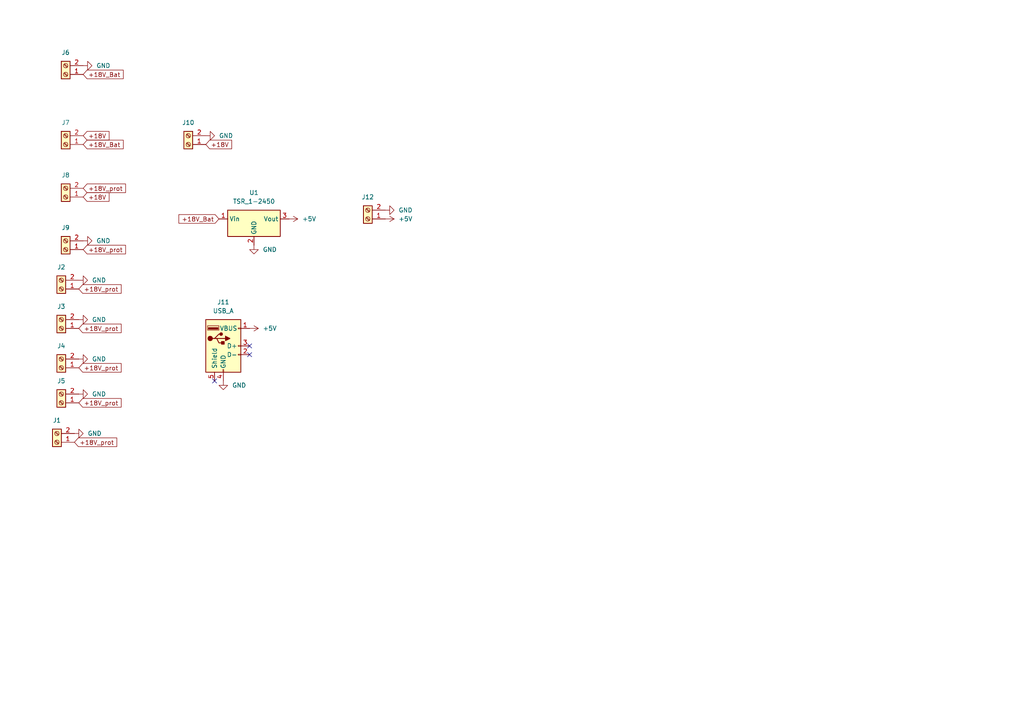
<source format=kicad_sch>
(kicad_sch (version 20211123) (generator eeschema)
  (paper "A4")
  (lib_symbols
    (symbol "Connector:Screw_Terminal_01x02" (pin_names (offset 1.016) hide)
      (property "Reference" "J" (at 0 2.54 0))
      (property "Value" "Screw_Terminal_01x02" (at 0 -5.08 0))
      (symbol "Screw_Terminal_01x02_1_1"
        (rectangle (start -1.27 1.27) (end 1.27 -3.81) (stroke (width 0.254)) (fill (type background)))
        (circle (center 0 -2.54) (radius 0.635) (stroke (width 0.1524)))
        (polyline (pts (xy -0.5334 -2.2098) (xy 0.3302 -3.048)) (stroke (width 0.1524)))
        (polyline (pts (xy -0.5334 0.3302) (xy 0.3302 -0.508)) (stroke (width 0.1524)))
        (polyline (pts (xy -0.3556 -2.032) (xy 0.508 -2.8702)) (stroke (width 0.1524)))
        (polyline (pts (xy -0.3556 0.508) (xy 0.508 -0.3302)) (stroke (width 0.1524)))
        (circle (center 0 0) (radius 0.635) (stroke (width 0.1524)))
        (pin passive line (at -5.08 0 0) (length 3.81) (name "Pin_1") (number "1"))
        (pin passive line (at -5.08 -2.54 0) (length 3.81) (name "Pin_2") (number "2"))
      )
    )
    (symbol "Connector:USB_A" (pin_names (offset 1.016))
      (property "Reference" "J" (at -5.08 11.43 0))
      (property "Value" "USB_A" (at -5.08 8.89 0))
      (symbol "USB_A_0_1"
        (rectangle (start -5.08 -7.62) (end 5.08 7.62) (stroke (width 0.254)) (fill (type background)))
        (circle (center -3.81 2.159) (radius 0.635) (stroke (width 0.254)) (fill (type outline)))
        (rectangle (start -1.524 4.826) (end -4.318 5.334) (fill (type outline)))
        (rectangle (start -1.27 4.572) (end -4.572 5.842))
        (circle (center -0.635 3.429) (radius 0.381) (stroke (width 0.254)) (fill (type outline)))
        (rectangle (start -0.127 -7.62) (end 0.127 -6.858))
        (polyline (pts (xy -3.175 2.159) (xy -2.54 2.159) (xy -1.27 3.429) (xy -0.635 3.429)) (stroke (width 0.254)))
        (polyline (pts (xy -2.54 2.159) (xy -1.905 2.159) (xy -1.27 0.889) (xy 0 0.889)) (stroke (width 0.254)))
        (polyline (pts (xy 0.635 2.794) (xy 0.635 1.524) (xy 1.905 2.159) (xy 0.635 2.794)) (stroke (width 0.254)) (fill (type outline)))
        (rectangle (start 0.254 1.27) (end -0.508 0.508) (stroke (width 0.254)) (fill (type outline)))
        (rectangle (start 5.08 -2.667) (end 4.318 -2.413))
        (rectangle (start 5.08 -0.127) (end 4.318 0.127))
        (rectangle (start 5.08 4.953) (end 4.318 5.207))
      )
      (symbol "USB_A_1_1"
        (polyline (pts (xy -1.905 2.159) (xy 0.635 2.159)) (stroke (width 0.254)))
        (pin power_in line (at 7.62 5.08 180) (length 2.54) (name "VBUS") (number "1"))
        (pin bidirectional line (at 7.62 -2.54 180) (length 2.54) (name "D-") (number "2"))
        (pin bidirectional line (at 7.62 0 180) (length 2.54) (name "D+") (number "3"))
        (pin power_in line (at 0 -10.16 90) (length 2.54) (name "GND") (number "4"))
        (pin passive line (at -2.54 -10.16 90) (length 2.54) (name "Shield") (number "5"))
      )
    )
    (symbol "Regulator_Switching:TSR_1-2450"
      (property "Reference" "U" (at -7.62 6.35 0))
      (property "Value" "TSR_1-2450" (at -1.27 6.35 0))
      (symbol "TSR_1-2450_0_1"
        (rectangle (start -7.62 5.08) (end 7.62 -2.54) (stroke (width 0.254)) (fill (type background)))
      )
      (symbol "TSR_1-2450_1_1"
        (pin power_in line (at -10.16 2.54 0) (length 2.54) (name "Vin") (number "1"))
        (pin power_in line (at 0 -5.08 90) (length 2.54) (name "GND") (number "2"))
        (pin power_out line (at 10.16 2.54 180) (length 2.54) (name "Vout") (number "3"))
      )
    )
    (symbol "power:+5V" (power) (pin_names (offset 0))
      (property "Value" "+5V" (at 0 3.556 0))
      (symbol "+5V_0_1"
        (polyline (pts (xy -0.762 1.27) (xy 0 2.54)))
        (polyline (pts (xy 0 0) (xy 0 2.54)))
        (polyline (pts (xy 0 2.54) (xy 0.762 1.27)))
      )
      (symbol "+5V_1_1"
        (pin power_in line (at 0 0 90) (length 0) hide (name "+5V") (number "1"))
      )
    )
    (symbol "power:GND" (power) (pin_names (offset 0))
      (property "Value" "GND" (at 0 -3.81 0))
      (symbol "GND_0_1"
        (polyline (pts (xy 0 0) (xy 0 -1.27) (xy 1.27 -1.27) (xy 0 -2.54) (xy -1.27 -1.27) (xy 0 -1.27)))
      )
      (symbol "GND_1_1"
        (pin power_in line (at 0 0 270) (length 0) hide (name "GND") (number "1"))
      )
    )
  )
  (no_connect (at 72.39 100.33))
  (no_connect (at 72.39 102.87))
  (no_connect (at 62.23 110.49))
  (global_label "+18V_Bat" (shape input) (at 24.13 41.91 0) (property "Références Inter-Feuilles" "${INTERSHEET_REFS}" (effects hide)))
  (global_label "+18V_Bat" (shape input) (at 24.13 21.59 0) (property "Références Inter-Feuilles" "${INTERSHEET_REFS}" (effects hide)))
  (global_label "+18V" (shape input) (at 24.13 39.37 0) (property "Références Inter-Feuilles" "${INTERSHEET_REFS}" (effects hide)))
  (global_label "+18V_prot" (shape input) (at 22.86 116.84 0) (property "Références Inter-Feuilles" "${INTERSHEET_REFS}" (effects hide)))
  (global_label "+18V_prot" (shape input) (at 22.86 95.25 0) (property "Références Inter-Feuilles" "${INTERSHEET_REFS}" (effects hide)))
  (global_label "+18V_prot" (shape input) (at 24.13 72.39 0) (property "Références Inter-Feuilles" "${INTERSHEET_REFS}" (effects hide)))
  (global_label "+18V" (shape input) (at 24.13 57.15 0) (property "Références Inter-Feuilles" "${INTERSHEET_REFS}" (effects hide)))
  (global_label "+18V_prot" (shape input) (at 24.13 54.61 0) (property "Références Inter-Feuilles" "${INTERSHEET_REFS}" (effects hide)))
  (global_label "+18V_prot" (shape input) (at 22.86 83.82 0) (property "Références Inter-Feuilles" "${INTERSHEET_REFS}" (effects hide)))
  (global_label "+18V" (shape input) (at 59.69 41.91 0) (property "Références Inter-Feuilles" "${INTERSHEET_REFS}" (effects hide)))
  (global_label "+18V_prot" (shape input) (at 22.86 106.68 0) (property "Références Inter-Feuilles" "${INTERSHEET_REFS}" (effects hide)))
  (global_label "+18V_prot" (shape input) (at 21.59 128.27 0) (property "Références Inter-Feuilles" "${INTERSHEET_REFS}" (effects hide)))
  (global_label "+18V_Bat" (shape input) (at 63.5 63.5 180) (property "Références Inter-Feuilles" "${INTERSHEET_REFS}" (effects hide)))
  (symbol (lib_id "power:+5V") (at 83.82 63.5 270) (unit 1)
    (property "Reference" "#PWR012" (effects hide))
    (property "Value" "+5V" (at 87.63 63.4999 90) (effects (justify left)))
  )
  (symbol (lib_id "power:GND") (at 111.76 60.96 90) (unit 1)
    (property "Reference" "#PWR013" (effects hide))
    (property "Value" "GND" (at 115.57 60.9599 90) (effects (justify right)))
  )
  (symbol (lib_id "power:+5V") (at 111.76 63.5 270) (unit 1)
    (property "Reference" "#PWR014" (effects hide))
    (property "Value" "+5V" (at 115.57 63.4999 90) (effects (justify left)))
  )
  (symbol (lib_id "power:GND") (at 24.13 19.05 90) (unit 1)
    (property "Reference" "#PWR06" (effects hide))
    (property "Value" "GND" (at 27.94 19.0499 90) (effects (justify right)))
  )
  (symbol (lib_id "Connector:Screw_Terminal_01x02") (at 19.05 21.59 180) (unit 1)
    (property "Reference" "J6" (at 19.05 15.24 0))
    (property "Value" "Screw_Terminal_01x02" (effects hide))
    (property "Footprint" "TerminalBlock:TerminalBlock_bornier-2_P5.08mm" (effects hide))
  )
  (symbol (lib_id "power:GND") (at 22.86 92.71 90) (unit 1)
    (property "Reference" "#PWR03" (effects hide))
    (property "Value" "GND" (at 26.67 92.7099 90) (effects (justify right)))
  )
  (symbol (lib_id "power:GND") (at 59.69 39.37 90) (unit 1)
    (property "Reference" "#PWR08" (effects hide))
    (property "Value" "GND" (at 63.5 39.3699 90) (effects (justify right)))
  )
  (symbol (lib_id "Connector:Screw_Terminal_01x02") (at 54.61 41.91 180) (unit 1)
    (property "Reference" "J10" (at 54.61 35.56 0))
    (property "Value" "Screw_Terminal_01x02" (effects hide))
    (property "Footprint" "TerminalBlock:TerminalBlock_bornier-2_P5.08mm" (effects hide))
  )
  (symbol (lib_id "Connector:USB_A") (at 64.77 100.33 0) (unit 1)
    (property "Reference" "J11" (at 64.77 87.63 0))
    (property "Value" "USB_A" (at 64.77 90.17 0))
    (property "Footprint" "Connector_USB:USB_A_Molex_67643_Horizontal" (effects hide))
    (property "Datasheet" " ~" (effects hide))
  )
  (symbol (lib_id "Connector:Screw_Terminal_01x02") (at 19.05 41.91 180) (unit 1)
    (property "Reference" "J7" (at 19.05 35.56 0))
    (property "Value" "Screw_Terminal_01x02" (effects hide))
    (property "Footprint" "TerminalBlock:TerminalBlock_bornier-2_P5.08mm" (effects hide))
  )
  (symbol (lib_id "power:GND") (at 24.13 69.85 90) (unit 1)
    (property "Reference" "#PWR07" (effects hide))
    (property "Value" "GND" (at 27.94 69.8499 90) (effects (justify right)))
  )
  (symbol (lib_id "power:GND") (at 64.77 110.49 0) (unit 1)
    (property "Reference" "#PWR09" (effects hide))
    (property "Value" "GND" (at 67.31 111.7599 0) (effects (justify left)))
  )
  (symbol (lib_id "power:GND") (at 21.59 125.73 90) (unit 1)
    (property "Reference" "#PWR01" (effects hide))
    (property "Value" "GND" (at 25.4 125.7299 90) (effects (justify right)))
  )
  (symbol (lib_id "Connector:Screw_Terminal_01x02") (at 19.05 72.39 180) (unit 1)
    (property "Reference" "J9" (at 19.05 66.04 0))
    (property "Value" "Screw_Terminal_01x02" (effects hide))
    (property "Footprint" "TerminalBlock:TerminalBlock_bornier-2_P5.08mm" (effects hide))
  )
  (symbol (lib_id "Connector:Screw_Terminal_01x02") (at 19.05 57.15 180) (unit 1)
    (property "Reference" "J8" (at 19.05 50.8 0))
    (property "Value" "Screw_Terminal_01x02" (effects hide))
    (property "Footprint" "TerminalBlock:TerminalBlock_bornier-2_P5.08mm" (effects hide))
  )
  (symbol (lib_id "Connector:Screw_Terminal_01x02") (at 17.78 106.68 180) (unit 1)
    (property "Reference" "J4" (at 17.78 100.33 0))
    (property "Value" "Screw_Terminal_01x02" (effects hide))
    (property "Footprint" "TerminalBlock:TerminalBlock_bornier-2_P5.08mm" (effects hide))
  )
  (symbol (lib_id "Regulator_Switching:TSR_1-2450") (at 73.66 66.04 0) (unit 1)
    (property "Reference" "U1" (at 73.66 55.88 0))
    (property "Value" "TSR_1-2450" (at 73.66 58.42 0))
    (property "Footprint" "Converter_DCDC:Converter_DCDC_TRACO_TSR-1_THT" (effects hide))
    (property "Datasheet" "http://www.tracopower.com/products/tsr1.pdf" (effects hide))
  )
  (symbol (lib_id "Connector:Screw_Terminal_01x02") (at 17.78 83.82 180) (unit 1)
    (property "Reference" "J2" (at 17.78 77.47 0))
    (property "Value" "Screw_Terminal_01x02" (effects hide))
    (property "Footprint" "TerminalBlock:TerminalBlock_bornier-2_P5.08mm" (effects hide))
  )
  (symbol (lib_id "Connector:Screw_Terminal_01x02") (at 106.68 63.5 180) (unit 1)
    (property "Reference" "J12" (at 106.68 57.15 0))
    (property "Value" "Screw_Terminal_01x02" (effects hide))
    (property "Footprint" "TerminalBlock:TerminalBlock_bornier-2_P5.08mm" (effects hide))
  )
  (symbol (lib_id "power:GND") (at 22.86 104.14 90) (unit 1)
    (property "Reference" "#PWR04" (effects hide))
    (property "Value" "GND" (at 26.67 104.1399 90) (effects (justify right)))
  )
  (symbol (lib_id "Connector:Screw_Terminal_01x02") (at 17.78 116.84 180) (unit 1)
    (property "Reference" "J5" (at 17.78 110.49 0))
    (property "Value" "Screw_Terminal_01x02" (effects hide))
    (property "Footprint" "TerminalBlock:TerminalBlock_bornier-2_P5.08mm" (effects hide))
  )
  (symbol (lib_id "power:GND") (at 73.66 71.12 0) (unit 1)
    (property "Reference" "#PWR011" (effects hide))
    (property "Value" "GND" (at 76.2 72.3899 0) (effects (justify left)))
  )
  (symbol (lib_id "Connector:Screw_Terminal_01x02") (at 16.51 128.27 180) (unit 1)
    (property "Reference" "J1" (at 16.51 121.92 0))
    (property "Value" "Screw_Terminal_01x02" (effects hide))
    (property "Footprint" "TerminalBlock:TerminalBlock_bornier-2_P5.08mm" (effects hide))
  )
  (symbol (lib_id "power:GND") (at 22.86 81.28 90) (unit 1)
    (property "Reference" "#PWR02" (effects hide))
    (property "Value" "GND" (at 26.67 81.2799 90) (effects (justify right)))
  )
  (symbol (lib_id "power:+5V") (at 72.39 95.25 270) (unit 1)
    (property "Reference" "#PWR010" (effects hide))
    (property "Value" "+5V" (at 76.2 95.2499 90) (effects (justify left)))
  )
  (symbol (lib_id "Connector:Screw_Terminal_01x02") (at 17.78 95.25 180) (unit 1)
    (property "Reference" "J3" (at 17.78 88.9 0))
    (property "Value" "Screw_Terminal_01x02" (effects hide))
    (property "Footprint" "TerminalBlock:TerminalBlock_bornier-2_P5.08mm" (effects hide))
  )
  (symbol (lib_id "power:GND") (at 22.86 114.3 90) (unit 1)
    (property "Reference" "#PWR05" (effects hide))
    (property "Value" "GND" (at 26.67 114.2999 90) (effects (justify right)))
  )
)
</source>
